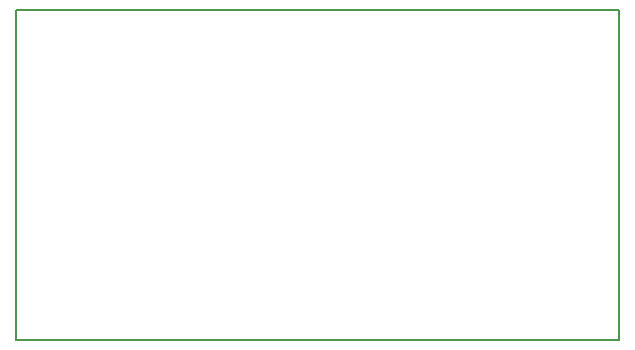
<source format=gbr>
%TF.GenerationSoftware,KiCad,Pcbnew,7.0.5*%
%TF.CreationDate,2023-09-05T23:41:29-04:00*%
%TF.ProjectId,relay-module,72656c61-792d-46d6-9f64-756c652e6b69,rev?*%
%TF.SameCoordinates,Original*%
%TF.FileFunction,Profile,NP*%
%FSLAX46Y46*%
G04 Gerber Fmt 4.6, Leading zero omitted, Abs format (unit mm)*
G04 Created by KiCad (PCBNEW 7.0.5) date 2023-09-05 23:41:29*
%MOMM*%
%LPD*%
G01*
G04 APERTURE LIST*
%TA.AperFunction,Profile*%
%ADD10C,0.200000*%
%TD*%
G04 APERTURE END LIST*
D10*
X101000000Y-146000000D02*
X101000000Y-118000000D01*
X152000000Y-146000000D02*
X101000000Y-146000000D01*
X101000000Y-118000000D02*
X152000000Y-118000000D01*
X152000000Y-118000000D02*
X152000000Y-146000000D01*
M02*

</source>
